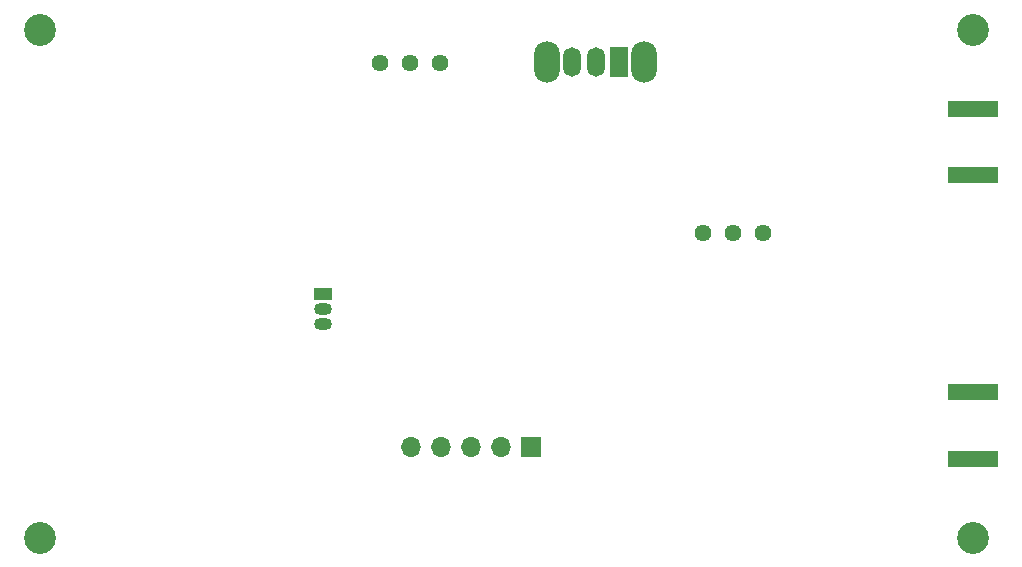
<source format=gbr>
%TF.GenerationSoftware,KiCad,Pcbnew,(6.0.9)*%
%TF.CreationDate,2022-11-20T11:02:21-05:00*%
%TF.ProjectId,RadarProject,52616461-7250-4726-9f6a-6563742e6b69,rev?*%
%TF.SameCoordinates,Original*%
%TF.FileFunction,Soldermask,Bot*%
%TF.FilePolarity,Negative*%
%FSLAX46Y46*%
G04 Gerber Fmt 4.6, Leading zero omitted, Abs format (unit mm)*
G04 Created by KiCad (PCBNEW (6.0.9)) date 2022-11-20 11:02:21*
%MOMM*%
%LPD*%
G01*
G04 APERTURE LIST*
%ADD10C,2.700000*%
%ADD11C,1.440000*%
%ADD12R,1.500000X1.050000*%
%ADD13O,1.500000X1.050000*%
%ADD14R,4.200000X1.350000*%
%ADD15R,1.700000X1.700000*%
%ADD16O,1.700000X1.700000*%
%ADD17O,2.200000X3.500000*%
%ADD18R,1.500000X2.500000*%
%ADD19O,1.500000X2.500000*%
G04 APERTURE END LIST*
D10*
%TO.C,H4*%
X102000000Y-23000000D03*
%TD*%
%TO.C,H1*%
X23000000Y-23000000D03*
%TD*%
D11*
%TO.C,RV1*%
X56810000Y-25797500D03*
X54270000Y-25797500D03*
X51730000Y-25797500D03*
%TD*%
D12*
%TO.C,Q1*%
X46902500Y-45420000D03*
D13*
X46902500Y-46690000D03*
X46902500Y-47960000D03*
%TD*%
D14*
%TO.C,J2*%
X102000000Y-53675000D03*
X102000000Y-59325000D03*
%TD*%
%TO.C,J1*%
X102000000Y-29675000D03*
X102000000Y-35325000D03*
%TD*%
D15*
%TO.C,J3*%
X64570000Y-58320000D03*
D16*
X62030000Y-58320000D03*
X59490000Y-58320000D03*
X56950000Y-58320000D03*
X54410000Y-58320000D03*
%TD*%
D10*
%TO.C,H3*%
X23000000Y-66000000D03*
%TD*%
D11*
%TO.C,RV2*%
X79110000Y-40247500D03*
X81650000Y-40247500D03*
X84190000Y-40247500D03*
%TD*%
D17*
%TO.C,SW1*%
X65930000Y-25710000D03*
X74130000Y-25710000D03*
D18*
X72030000Y-25710000D03*
D19*
X70030000Y-25710000D03*
X68030000Y-25710000D03*
%TD*%
D10*
%TO.C,H2*%
X102000000Y-66000000D03*
%TD*%
M02*

</source>
